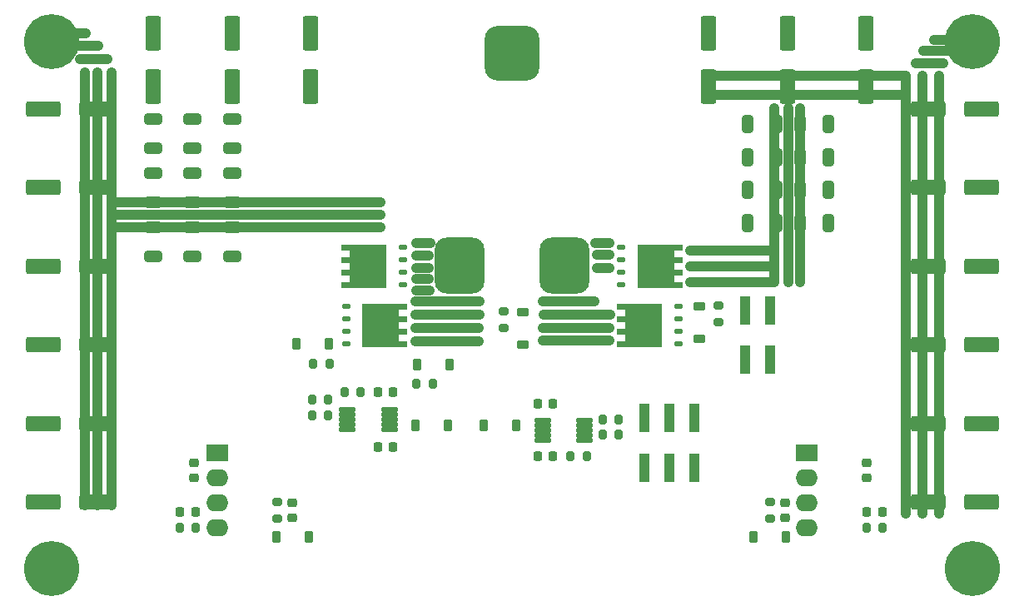
<source format=gbr>
%TF.GenerationSoftware,KiCad,Pcbnew,8.0.2*%
%TF.CreationDate,2024-06-09T17:22:24+08:00*%
%TF.ProjectId,MW_Buck_Boost_PB,4d575f42-7563-46b5-9f42-6f6f73745f50,rev?*%
%TF.SameCoordinates,Original*%
%TF.FileFunction,Soldermask,Top*%
%TF.FilePolarity,Negative*%
%FSLAX46Y46*%
G04 Gerber Fmt 4.6, Leading zero omitted, Abs format (unit mm)*
G04 Created by KiCad (PCBNEW 8.0.2) date 2024-06-09 17:22:24*
%MOMM*%
%LPD*%
G01*
G04 APERTURE LIST*
G04 Aperture macros list*
%AMRoundRect*
0 Rectangle with rounded corners*
0 $1 Rounding radius*
0 $2 $3 $4 $5 $6 $7 $8 $9 X,Y pos of 4 corners*
0 Add a 4 corners polygon primitive as box body*
4,1,4,$2,$3,$4,$5,$6,$7,$8,$9,$2,$3,0*
0 Add four circle primitives for the rounded corners*
1,1,$1+$1,$2,$3*
1,1,$1+$1,$4,$5*
1,1,$1+$1,$6,$7*
1,1,$1+$1,$8,$9*
0 Add four rect primitives between the rounded corners*
20,1,$1+$1,$2,$3,$4,$5,0*
20,1,$1+$1,$4,$5,$6,$7,0*
20,1,$1+$1,$6,$7,$8,$9,0*
20,1,$1+$1,$8,$9,$2,$3,0*%
%AMFreePoly0*
4,1,17,2.675000,1.605000,1.875000,1.605000,1.875000,0.935000,2.675000,0.935000,2.675000,0.335000,1.875000,0.335000,1.875000,-0.335000,2.675000,-0.335000,2.675000,-0.935000,1.875000,-0.935000,1.875000,-1.605000,2.675000,-1.605000,2.675000,-2.205000,-1.875000,-2.205000,-1.875000,2.205000,2.675000,2.205000,2.675000,1.605000,2.675000,1.605000,$1*%
G04 Aperture macros list end*
%ADD10C,1.000000*%
%ADD11RoundRect,0.060500X-0.776500X-0.181500X0.776500X-0.181500X0.776500X0.181500X-0.776500X0.181500X0*%
%ADD12RoundRect,0.060500X0.776500X0.181500X-0.776500X0.181500X-0.776500X-0.181500X0.776500X-0.181500X0*%
%ADD13C,5.600000*%
%ADD14RoundRect,0.225000X-0.225000X-0.375000X0.225000X-0.375000X0.225000X0.375000X-0.225000X0.375000X0*%
%ADD15RoundRect,0.225000X0.225000X0.250000X-0.225000X0.250000X-0.225000X-0.250000X0.225000X-0.250000X0*%
%ADD16RoundRect,0.218750X0.218750X0.256250X-0.218750X0.256250X-0.218750X-0.256250X0.218750X-0.256250X0*%
%ADD17RoundRect,0.225000X0.250000X-0.225000X0.250000X0.225000X-0.250000X0.225000X-0.250000X-0.225000X0*%
%ADD18RoundRect,0.200000X0.200000X0.275000X-0.200000X0.275000X-0.200000X-0.275000X0.200000X-0.275000X0*%
%ADD19RoundRect,0.250000X1.500000X0.550000X-1.500000X0.550000X-1.500000X-0.550000X1.500000X-0.550000X0*%
%ADD20RoundRect,0.250000X-1.500000X-0.550000X1.500000X-0.550000X1.500000X0.550000X-1.500000X0.550000X0*%
%ADD21RoundRect,0.225000X0.225000X0.375000X-0.225000X0.375000X-0.225000X-0.375000X0.225000X-0.375000X0*%
%ADD22RoundRect,0.250000X0.325000X0.650000X-0.325000X0.650000X-0.325000X-0.650000X0.325000X-0.650000X0*%
%ADD23FreePoly0,180.000000*%
%ADD24RoundRect,0.125000X0.300000X0.125000X-0.300000X0.125000X-0.300000X-0.125000X0.300000X-0.125000X0*%
%ADD25RoundRect,0.225000X-0.225000X-0.250000X0.225000X-0.250000X0.225000X0.250000X-0.225000X0.250000X0*%
%ADD26RoundRect,0.200000X-0.200000X-0.275000X0.200000X-0.275000X0.200000X0.275000X-0.200000X0.275000X0*%
%ADD27FreePoly0,0.000000*%
%ADD28RoundRect,0.125000X-0.300000X-0.125000X0.300000X-0.125000X0.300000X0.125000X-0.300000X0.125000X0*%
%ADD29RoundRect,0.250000X0.550000X-1.500000X0.550000X1.500000X-0.550000X1.500000X-0.550000X-1.500000X0*%
%ADD30RoundRect,0.225000X0.375000X-0.225000X0.375000X0.225000X-0.375000X0.225000X-0.375000X-0.225000X0*%
%ADD31RoundRect,0.250000X-0.325000X-0.650000X0.325000X-0.650000X0.325000X0.650000X-0.325000X0.650000X0*%
%ADD32RoundRect,0.250000X-0.650000X0.325000X-0.650000X-0.325000X0.650000X-0.325000X0.650000X0.325000X0*%
%ADD33RoundRect,0.200000X-0.275000X0.200000X-0.275000X-0.200000X0.275000X-0.200000X0.275000X0.200000X0*%
%ADD34RoundRect,0.218750X-0.218750X-0.256250X0.218750X-0.256250X0.218750X0.256250X-0.218750X0.256250X0*%
%ADD35RoundRect,0.250000X0.650000X-0.325000X0.650000X0.325000X-0.650000X0.325000X-0.650000X-0.325000X0*%
%ADD36R,1.000000X3.000000*%
%ADD37R,2.250000X1.750000*%
%ADD38O,2.250000X1.750000*%
%ADD39RoundRect,1.397000X-1.397000X-1.397000X1.397000X-1.397000X1.397000X1.397000X-1.397000X1.397000X0*%
%ADD40RoundRect,1.270000X-1.270000X-1.587500X1.270000X-1.587500X1.270000X1.587500X-1.270000X1.587500X0*%
%ADD41RoundRect,0.200000X0.275000X-0.200000X0.275000X0.200000X-0.275000X0.200000X-0.275000X-0.200000X0*%
%ADD42RoundRect,0.225000X-0.375000X0.225000X-0.375000X-0.225000X0.375000X-0.225000X0.375000X0.225000X0*%
G04 APERTURE END LIST*
D10*
X110890000Y-100565000D02*
X117360000Y-100565000D01*
X140620000Y-74895000D02*
X160790000Y-74895000D01*
X78580000Y-74585000D02*
X78580000Y-118575000D01*
X163650000Y-71235000D02*
X165421250Y-71235000D01*
X129200000Y-91925000D02*
X130630000Y-91925000D01*
X147430000Y-78237500D02*
X147430000Y-95947500D01*
X111015000Y-94455000D02*
X112305000Y-94455000D01*
X110950000Y-101885000D02*
X117380000Y-101885000D01*
X160790000Y-74895000D02*
X160790000Y-119465000D01*
X123900000Y-97835000D02*
X129120000Y-97835000D01*
X140590000Y-76865000D02*
X160410000Y-76865000D01*
X129360000Y-93125000D02*
X130620000Y-93125000D01*
X129350000Y-94485000D02*
X130640000Y-94485000D01*
X79985000Y-87775000D02*
X107360000Y-87775000D01*
X123930000Y-99185000D02*
X130710000Y-99185000D01*
X164140000Y-74895000D02*
X164140000Y-119465000D01*
X79990000Y-74585000D02*
X79990000Y-118575000D01*
X138870000Y-94285000D02*
X147410000Y-94285000D01*
X76837500Y-73245000D02*
X79620000Y-73245000D01*
X76145000Y-71835000D02*
X78690000Y-71835000D01*
X161818750Y-73615000D02*
X164601250Y-73615000D01*
X110910000Y-99205000D02*
X117430000Y-99205000D01*
X80000000Y-89035000D02*
X107375000Y-89035000D01*
X110975000Y-91945000D02*
X112405000Y-91945000D01*
X138840000Y-95945000D02*
X147430000Y-95945000D01*
X148820000Y-78235000D02*
X148820000Y-95947500D01*
X75945000Y-70555000D02*
X77375000Y-70555000D01*
X138880000Y-92655000D02*
X147420000Y-92655000D01*
X162440000Y-74895000D02*
X162440000Y-119465000D01*
X80000000Y-90315000D02*
X107375000Y-90315000D01*
X111010000Y-93215000D02*
X112270000Y-93215000D01*
X123880000Y-101865000D02*
X130660000Y-101865000D01*
X111035000Y-96725000D02*
X112325000Y-96725000D01*
X123860000Y-100545000D02*
X130640000Y-100545000D01*
X77300000Y-74585000D02*
X77300000Y-118575000D01*
X162558750Y-72405000D02*
X165341250Y-72405000D01*
X150020000Y-78235000D02*
X150020000Y-95947500D01*
X110890000Y-97855000D02*
X117410000Y-97855000D01*
X110995000Y-95575000D02*
X112285000Y-95575000D01*
D11*
%TO.C,U2*%
X123847100Y-110005001D03*
X123847100Y-110505001D03*
X123847100Y-111005001D03*
X123847100Y-111505001D03*
X123847100Y-112005001D03*
X128147100Y-112005001D03*
X128147100Y-111505001D03*
X128147100Y-111005001D03*
X128147100Y-110505001D03*
X128147100Y-110005001D03*
%TD*%
D12*
%TO.C,U1*%
X108270000Y-110905000D03*
X108270000Y-110405000D03*
X108270000Y-109905000D03*
X108270000Y-109405000D03*
X108270000Y-108905000D03*
X103970000Y-108905000D03*
X103970000Y-109405000D03*
X103970000Y-109905000D03*
X103970000Y-110405000D03*
X103970000Y-110905000D03*
%TD*%
D13*
%TO.C,H4*%
X167550000Y-71475000D03*
%TD*%
%TO.C,H3*%
X167550000Y-125075000D03*
%TD*%
%TO.C,H2*%
X73950000Y-125075000D03*
%TD*%
%TO.C,H1*%
X73950000Y-71475000D03*
%TD*%
D14*
%TO.C,D10*%
X145275000Y-121825000D03*
X148575000Y-121825000D03*
%TD*%
D15*
%TO.C,C23*%
X124872100Y-113600001D03*
X123322100Y-113600001D03*
%TD*%
D16*
%TO.C,D4*%
X88537500Y-119293750D03*
X86962500Y-119293750D03*
%TD*%
D17*
%TO.C,C26*%
X148525000Y-119875000D03*
X148525000Y-118325000D03*
%TD*%
D18*
%TO.C,R2*%
X112675000Y-106275000D03*
X111025000Y-106275000D03*
%TD*%
%TO.C,R4*%
X105350000Y-107075000D03*
X103700000Y-107075000D03*
%TD*%
D19*
%TO.C,C16*%
X78450000Y-102275000D03*
X73050000Y-102275000D03*
%TD*%
%TO.C,C18*%
X78450000Y-86275000D03*
X73050000Y-86275000D03*
%TD*%
D20*
%TO.C,C39*%
X163050000Y-78275000D03*
X168450000Y-78275000D03*
%TD*%
D21*
%TO.C,D6*%
X121130000Y-110455000D03*
X117830000Y-110455000D03*
%TD*%
D22*
%TO.C,C27*%
X147650000Y-86550000D03*
X144700000Y-86550000D03*
%TD*%
D20*
%TO.C,C42*%
X163050000Y-94275000D03*
X168450000Y-94275000D03*
%TD*%
D23*
%TO.C,Q1*%
X106100000Y-94275000D03*
D24*
X109650000Y-96180000D03*
X109650000Y-94910000D03*
X109650000Y-93640000D03*
X109650000Y-92370000D03*
%TD*%
D25*
%TO.C,C5*%
X123322100Y-108275001D03*
X124872100Y-108275001D03*
%TD*%
D19*
%TO.C,C20*%
X78450000Y-78275000D03*
X73050000Y-78275000D03*
%TD*%
D26*
%TO.C,R12*%
X100388900Y-109425000D03*
X102038900Y-109425000D03*
%TD*%
D21*
%TO.C,D3*%
X114375000Y-104300000D03*
X111075000Y-104300000D03*
%TD*%
D22*
%TO.C,C28*%
X147650000Y-83200000D03*
X144700000Y-83200000D03*
%TD*%
D19*
%TO.C,C17*%
X78450000Y-94275000D03*
X73050000Y-94275000D03*
%TD*%
D27*
%TO.C,Q2*%
X107400000Y-100275000D03*
D28*
X103850000Y-98370000D03*
X103850000Y-99640000D03*
X103850000Y-100910000D03*
X103850000Y-102180000D03*
%TD*%
D18*
%TO.C,R14*%
X131600000Y-111425000D03*
X129950000Y-111425000D03*
%TD*%
D29*
%TO.C,C38*%
X140750000Y-75975000D03*
X140750000Y-70575000D03*
%TD*%
D20*
%TO.C,C36*%
X163050000Y-118275000D03*
X168450000Y-118275000D03*
%TD*%
D30*
%TO.C,D7*%
X139750000Y-101675000D03*
X139750000Y-98375000D03*
%TD*%
D26*
%TO.C,R13*%
X129950000Y-109850000D03*
X131600000Y-109850000D03*
%TD*%
D31*
%TO.C,C31*%
X150000000Y-79850000D03*
X152950000Y-79850000D03*
%TD*%
D19*
%TO.C,C15*%
X78450000Y-110275000D03*
X73050000Y-110275000D03*
%TD*%
D32*
%TO.C,C12*%
X92250000Y-90300000D03*
X92250000Y-93250000D03*
%TD*%
D20*
%TO.C,C43*%
X163050000Y-102275000D03*
X168450000Y-102275000D03*
%TD*%
D14*
%TO.C,D1*%
X110890000Y-110435000D03*
X114190000Y-110435000D03*
%TD*%
D20*
%TO.C,C44*%
X163050000Y-110275000D03*
X168450000Y-110275000D03*
%TD*%
D33*
%TO.C,R8*%
X119900000Y-98900000D03*
X119900000Y-100550000D03*
%TD*%
D34*
%TO.C,D9*%
X156812500Y-119250000D03*
X158387500Y-119250000D03*
%TD*%
D25*
%TO.C,C6*%
X107100000Y-107075000D03*
X108650000Y-107075000D03*
%TD*%
D32*
%TO.C,C9*%
X84250000Y-79300000D03*
X84250000Y-82250000D03*
%TD*%
%TO.C,C4*%
X84250000Y-90300000D03*
X84250000Y-93250000D03*
%TD*%
D18*
%TO.C,R5*%
X88600000Y-120893750D03*
X86950000Y-120893750D03*
%TD*%
D29*
%TO.C,C46*%
X156750000Y-75975000D03*
X156750000Y-70575000D03*
%TD*%
D35*
%TO.C,C11*%
X92250000Y-87750000D03*
X92250000Y-84800000D03*
%TD*%
D31*
%TO.C,C34*%
X150000000Y-89900000D03*
X152950000Y-89900000D03*
%TD*%
D36*
%TO.C,J2*%
X139290000Y-114795000D03*
X139290000Y-109755000D03*
X136750000Y-114795000D03*
X136750000Y-109755000D03*
X134210000Y-114795000D03*
X134210000Y-109755000D03*
%TD*%
%TO.C,J1*%
X144480000Y-98755000D03*
X144480000Y-103795000D03*
X147020000Y-98755000D03*
X147020000Y-103795000D03*
%TD*%
D22*
%TO.C,C30*%
X147650000Y-89900000D03*
X144700000Y-89900000D03*
%TD*%
D29*
%TO.C,C24*%
X84250000Y-75975000D03*
X84250000Y-70575000D03*
%TD*%
D37*
%TO.C,PS2*%
X150750000Y-113275000D03*
D38*
X150750000Y-115815000D03*
X150750000Y-118355000D03*
X150750000Y-120895000D03*
%TD*%
D39*
%TO.C,L1*%
X120750000Y-72655000D03*
D40*
X115416000Y-94245000D03*
X126084000Y-94245000D03*
%TD*%
D35*
%TO.C,C3*%
X84250000Y-87750000D03*
X84250000Y-84800000D03*
%TD*%
D20*
%TO.C,C40*%
X163050000Y-86275000D03*
X168450000Y-86275000D03*
%TD*%
D31*
%TO.C,C33*%
X150000000Y-86550000D03*
X152950000Y-86550000D03*
%TD*%
D23*
%TO.C,Q4*%
X134100000Y-100275000D03*
D24*
X137650000Y-102180000D03*
X137650000Y-100910000D03*
X137650000Y-99640000D03*
X137650000Y-98370000D03*
%TD*%
D29*
%TO.C,C25*%
X100250000Y-75975000D03*
X100250000Y-70575000D03*
%TD*%
D19*
%TO.C,C13*%
X78450000Y-118275000D03*
X73050000Y-118275000D03*
%TD*%
D26*
%TO.C,R11*%
X126672100Y-113600001D03*
X128322100Y-113600001D03*
%TD*%
D41*
%TO.C,R7*%
X141700000Y-99975000D03*
X141700000Y-98325000D03*
%TD*%
D26*
%TO.C,R10*%
X156770000Y-120890000D03*
X158420000Y-120890000D03*
%TD*%
D32*
%TO.C,C7*%
X92250000Y-79300000D03*
X92250000Y-82250000D03*
%TD*%
%TO.C,C8*%
X88250000Y-79300000D03*
X88250000Y-82250000D03*
%TD*%
%TO.C,C1*%
X88250000Y-90300000D03*
X88250000Y-93250000D03*
%TD*%
D33*
%TO.C,R3*%
X96825000Y-118275000D03*
X96825000Y-119925000D03*
%TD*%
D37*
%TO.C,PS1*%
X90750000Y-113275000D03*
D38*
X90750000Y-115815000D03*
X90750000Y-118355000D03*
X90750000Y-120895000D03*
%TD*%
D17*
%TO.C,C14*%
X98375000Y-119875000D03*
X98375000Y-118325000D03*
%TD*%
%TO.C,C2*%
X156825000Y-115800000D03*
X156825000Y-114250000D03*
%TD*%
D35*
%TO.C,C10*%
X88250000Y-87750000D03*
X88250000Y-84800000D03*
%TD*%
D18*
%TO.C,R6*%
X102038900Y-107825000D03*
X100388900Y-107825000D03*
%TD*%
D31*
%TO.C,C32*%
X150000000Y-83200000D03*
X152950000Y-83200000D03*
%TD*%
D22*
%TO.C,C29*%
X147650000Y-79850000D03*
X144700000Y-79850000D03*
%TD*%
D14*
%TO.C,D2*%
X98825000Y-102175000D03*
X102125000Y-102175000D03*
%TD*%
D29*
%TO.C,C22*%
X92250000Y-75975000D03*
X92250000Y-70575000D03*
%TD*%
%TO.C,C35*%
X148750000Y-75975000D03*
X148750000Y-70575000D03*
%TD*%
D21*
%TO.C,D5*%
X100100000Y-121825000D03*
X96800000Y-121825000D03*
%TD*%
D27*
%TO.C,Q3*%
X135400000Y-94275000D03*
D28*
X131850000Y-92370000D03*
X131850000Y-93640000D03*
X131850000Y-94910000D03*
X131850000Y-96180000D03*
%TD*%
D42*
%TO.C,D8*%
X121850000Y-98950000D03*
X121850000Y-102250000D03*
%TD*%
D33*
%TO.C,R9*%
X146975000Y-118275000D03*
X146975000Y-119925000D03*
%TD*%
D26*
%TO.C,R1*%
X100525000Y-104175000D03*
X102175000Y-104175000D03*
%TD*%
D17*
%TO.C,C21*%
X88375000Y-115825000D03*
X88375000Y-114275000D03*
%TD*%
D15*
%TO.C,C19*%
X108663900Y-112650000D03*
X107113900Y-112650000D03*
%TD*%
M02*

</source>
